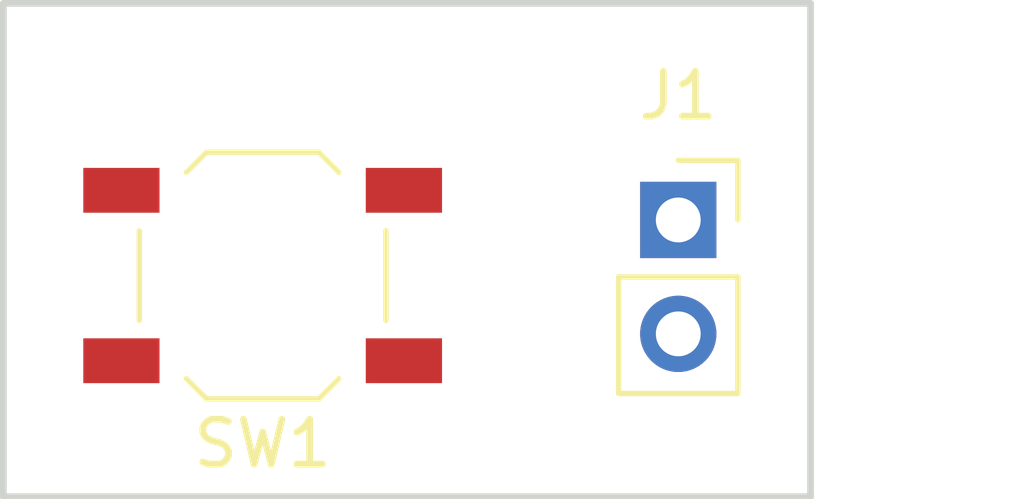
<source format=kicad_pcb>
(kicad_pcb (version 20171130) (host pcbnew "(5.0.0-rc2-108-g8444b1b61)")

  (general
    (thickness 1.6)
    (drawings 4)
    (tracks 0)
    (zones 0)
    (modules 2)
    (nets 3)
  )

  (page A4)
  (layers
    (0 F.Cu signal)
    (31 B.Cu signal)
    (32 B.Adhes user)
    (33 F.Adhes user)
    (34 B.Paste user)
    (35 F.Paste user)
    (36 B.SilkS user)
    (37 F.SilkS user)
    (38 B.Mask user)
    (39 F.Mask user)
    (40 Dwgs.User user)
    (41 Cmts.User user)
    (42 Eco1.User user)
    (43 Eco2.User user)
    (44 Edge.Cuts user)
    (45 Margin user)
    (46 B.CrtYd user)
    (47 F.CrtYd user)
    (48 B.Fab user)
    (49 F.Fab user)
  )

  (setup
    (last_trace_width 0.25)
    (trace_clearance 0.2)
    (zone_clearance 0.508)
    (zone_45_only no)
    (trace_min 0.2)
    (segment_width 0.2)
    (edge_width 0.15)
    (via_size 0.8)
    (via_drill 0.4)
    (via_min_size 0.4)
    (via_min_drill 0.3)
    (uvia_size 0.3)
    (uvia_drill 0.1)
    (uvias_allowed no)
    (uvia_min_size 0.2)
    (uvia_min_drill 0.1)
    (pcb_text_width 0.3)
    (pcb_text_size 1.5 1.5)
    (mod_edge_width 0.15)
    (mod_text_size 1 1)
    (mod_text_width 0.15)
    (pad_size 1.524 1.524)
    (pad_drill 0.762)
    (pad_to_mask_clearance 0.2)
    (aux_axis_origin 0 0)
    (visible_elements FFFFFF7F)
    (pcbplotparams
      (layerselection 0x010fc_ffffffff)
      (usegerberextensions false)
      (usegerberattributes false)
      (usegerberadvancedattributes false)
      (creategerberjobfile false)
      (excludeedgelayer true)
      (linewidth 0.100000)
      (plotframeref false)
      (viasonmask false)
      (mode 1)
      (useauxorigin false)
      (hpglpennumber 1)
      (hpglpenspeed 20)
      (hpglpendiameter 15.000000)
      (psnegative false)
      (psa4output false)
      (plotreference true)
      (plotvalue true)
      (plotinvisibletext false)
      (padsonsilk false)
      (subtractmaskfromsilk false)
      (outputformat 1)
      (mirror false)
      (drillshape 1)
      (scaleselection 1)
      (outputdirectory ""))
  )

  (net 0 "")
  (net 1 "Net-(J1-Pad1)")
  (net 2 "Net-(J1-Pad2)")

  (net_class Default "This is the default net class."
    (clearance 0.2)
    (trace_width 0.25)
    (via_dia 0.8)
    (via_drill 0.4)
    (uvia_dia 0.3)
    (uvia_drill 0.1)
    (add_net "Net-(J1-Pad1)")
    (add_net "Net-(J1-Pad2)")
  )

  (module Connector_PinSocket_2.54mm:PinSocket_1x02_P2.54mm_Vertical (layer F.Cu) (tedit 5A19A420) (tstamp 5B1D525A)
    (at 161.05 109.83)
    (descr "Through hole straight socket strip, 1x02, 2.54mm pitch, single row (from Kicad 4.0.7), script generated")
    (tags "Through hole socket strip THT 1x02 2.54mm single row")
    (path /5B1C451E)
    (fp_text reference J1 (at 0 -2.77) (layer F.SilkS)
      (effects (font (size 1 1) (thickness 0.15)))
    )
    (fp_text value Conn_01x02_Female (at 0 5.31) (layer F.Fab)
      (effects (font (size 1 1) (thickness 0.15)))
    )
    (fp_line (start -1.27 -1.27) (end 0.635 -1.27) (layer F.Fab) (width 0.1))
    (fp_line (start 0.635 -1.27) (end 1.27 -0.635) (layer F.Fab) (width 0.1))
    (fp_line (start 1.27 -0.635) (end 1.27 3.81) (layer F.Fab) (width 0.1))
    (fp_line (start 1.27 3.81) (end -1.27 3.81) (layer F.Fab) (width 0.1))
    (fp_line (start -1.27 3.81) (end -1.27 -1.27) (layer F.Fab) (width 0.1))
    (fp_line (start -1.33 1.27) (end 1.33 1.27) (layer F.SilkS) (width 0.12))
    (fp_line (start -1.33 1.27) (end -1.33 3.87) (layer F.SilkS) (width 0.12))
    (fp_line (start -1.33 3.87) (end 1.33 3.87) (layer F.SilkS) (width 0.12))
    (fp_line (start 1.33 1.27) (end 1.33 3.87) (layer F.SilkS) (width 0.12))
    (fp_line (start 1.33 -1.33) (end 1.33 0) (layer F.SilkS) (width 0.12))
    (fp_line (start 0 -1.33) (end 1.33 -1.33) (layer F.SilkS) (width 0.12))
    (fp_line (start -1.8 -1.8) (end 1.75 -1.8) (layer F.CrtYd) (width 0.05))
    (fp_line (start 1.75 -1.8) (end 1.75 4.3) (layer F.CrtYd) (width 0.05))
    (fp_line (start 1.75 4.3) (end -1.8 4.3) (layer F.CrtYd) (width 0.05))
    (fp_line (start -1.8 4.3) (end -1.8 -1.8) (layer F.CrtYd) (width 0.05))
    (fp_text user %R (at 0 1.27 90) (layer F.Fab)
      (effects (font (size 1 1) (thickness 0.15)))
    )
    (pad 1 thru_hole rect (at 0 0) (size 1.7 1.7) (drill 1) (layers *.Cu *.Mask)
      (net 1 "Net-(J1-Pad1)"))
    (pad 2 thru_hole oval (at 0 2.54) (size 1.7 1.7) (drill 1) (layers *.Cu *.Mask)
      (net 2 "Net-(J1-Pad2)"))
    (model ${KISYS3DMOD}/Connector_PinSocket_2.54mm.3dshapes/PinSocket_1x02_P2.54mm_Vertical.wrl
      (at (xyz 0 0 0))
      (scale (xyz 1 1 1))
      (rotate (xyz 0 0 0))
    )
  )

  (module Button_Switch_SMD:SW_SPST_TL3342 (layer F.Cu) (tedit 5A02FC95) (tstamp 5B1D5290)
    (at 151.78205 111.068909 180)
    (descr "Low-profile SMD Tactile Switch, https://www.e-switch.com/system/asset/product_line/data_sheet/165/TL3342.pdf")
    (tags "SPST Tactile Switch")
    (path /5B1C43FE)
    (attr smd)
    (fp_text reference SW1 (at 0 -3.75 180) (layer F.SilkS)
      (effects (font (size 1 1) (thickness 0.15)))
    )
    (fp_text value SW_Push (at 0 3.75 180) (layer F.Fab)
      (effects (font (size 1 1) (thickness 0.15)))
    )
    (fp_text user %R (at 0 -3.75 180) (layer F.Fab)
      (effects (font (size 1 1) (thickness 0.15)))
    )
    (fp_line (start 3.2 2.1) (end 3.2 1.6) (layer F.Fab) (width 0.1))
    (fp_line (start 3.2 -2.1) (end 3.2 -1.6) (layer F.Fab) (width 0.1))
    (fp_line (start -3.2 2.1) (end -3.2 1.6) (layer F.Fab) (width 0.1))
    (fp_line (start -3.2 -2.1) (end -3.2 -1.6) (layer F.Fab) (width 0.1))
    (fp_line (start 2.7 -2.1) (end 2.7 -1.6) (layer F.Fab) (width 0.1))
    (fp_line (start 1.7 -2.1) (end 3.2 -2.1) (layer F.Fab) (width 0.1))
    (fp_line (start 3.2 -1.6) (end 2.2 -1.6) (layer F.Fab) (width 0.1))
    (fp_line (start -2.7 -2.1) (end -2.7 -1.6) (layer F.Fab) (width 0.1))
    (fp_line (start -1.7 -2.1) (end -3.2 -2.1) (layer F.Fab) (width 0.1))
    (fp_line (start -3.2 -1.6) (end -2.2 -1.6) (layer F.Fab) (width 0.1))
    (fp_line (start -2.7 2.1) (end -2.7 1.6) (layer F.Fab) (width 0.1))
    (fp_line (start -3.2 1.6) (end -2.2 1.6) (layer F.Fab) (width 0.1))
    (fp_line (start -1.7 2.1) (end -3.2 2.1) (layer F.Fab) (width 0.1))
    (fp_line (start 1.7 2.1) (end 3.2 2.1) (layer F.Fab) (width 0.1))
    (fp_line (start 2.7 2.1) (end 2.7 1.6) (layer F.Fab) (width 0.1))
    (fp_line (start 3.2 1.6) (end 2.2 1.6) (layer F.Fab) (width 0.1))
    (fp_line (start -1.7 2.3) (end -1.25 2.75) (layer F.SilkS) (width 0.12))
    (fp_line (start 1.7 2.3) (end 1.25 2.75) (layer F.SilkS) (width 0.12))
    (fp_line (start 1.7 -2.3) (end 1.25 -2.75) (layer F.SilkS) (width 0.12))
    (fp_line (start -1.7 -2.3) (end -1.25 -2.75) (layer F.SilkS) (width 0.12))
    (fp_line (start -2 -1) (end -1 -2) (layer F.Fab) (width 0.1))
    (fp_line (start -1 -2) (end 1 -2) (layer F.Fab) (width 0.1))
    (fp_line (start 1 -2) (end 2 -1) (layer F.Fab) (width 0.1))
    (fp_line (start 2 -1) (end 2 1) (layer F.Fab) (width 0.1))
    (fp_line (start 2 1) (end 1 2) (layer F.Fab) (width 0.1))
    (fp_line (start 1 2) (end -1 2) (layer F.Fab) (width 0.1))
    (fp_line (start -1 2) (end -2 1) (layer F.Fab) (width 0.1))
    (fp_line (start -2 1) (end -2 -1) (layer F.Fab) (width 0.1))
    (fp_line (start 2.75 -1) (end 2.75 1) (layer F.SilkS) (width 0.12))
    (fp_line (start -1.25 2.75) (end 1.25 2.75) (layer F.SilkS) (width 0.12))
    (fp_line (start -2.75 -1) (end -2.75 1) (layer F.SilkS) (width 0.12))
    (fp_line (start -1.25 -2.75) (end 1.25 -2.75) (layer F.SilkS) (width 0.12))
    (fp_line (start -2.6 -1.2) (end -2.6 1.2) (layer F.Fab) (width 0.1))
    (fp_line (start -2.6 1.2) (end -1.2 2.6) (layer F.Fab) (width 0.1))
    (fp_line (start -1.2 2.6) (end 1.2 2.6) (layer F.Fab) (width 0.1))
    (fp_line (start 1.2 2.6) (end 2.6 1.2) (layer F.Fab) (width 0.1))
    (fp_line (start 2.6 1.2) (end 2.6 -1.2) (layer F.Fab) (width 0.1))
    (fp_line (start 2.6 -1.2) (end 1.2 -2.6) (layer F.Fab) (width 0.1))
    (fp_line (start 1.2 -2.6) (end -1.2 -2.6) (layer F.Fab) (width 0.1))
    (fp_line (start -1.2 -2.6) (end -2.6 -1.2) (layer F.Fab) (width 0.1))
    (fp_line (start -4.25 -3) (end 4.25 -3) (layer F.CrtYd) (width 0.05))
    (fp_line (start 4.25 -3) (end 4.25 3) (layer F.CrtYd) (width 0.05))
    (fp_line (start 4.25 3) (end -4.25 3) (layer F.CrtYd) (width 0.05))
    (fp_line (start -4.25 3) (end -4.25 -3) (layer F.CrtYd) (width 0.05))
    (fp_circle (center 0 0) (end 1 0) (layer F.Fab) (width 0.1))
    (pad 1 smd rect (at -3.15 -1.9 180) (size 1.7 1) (layers F.Cu F.Paste F.Mask)
      (net 2 "Net-(J1-Pad2)"))
    (pad 1 smd rect (at 3.15 -1.9 180) (size 1.7 1) (layers F.Cu F.Paste F.Mask)
      (net 2 "Net-(J1-Pad2)"))
    (pad 2 smd rect (at -3.15 1.9 180) (size 1.7 1) (layers F.Cu F.Paste F.Mask)
      (net 1 "Net-(J1-Pad1)"))
    (pad 2 smd rect (at 3.15 1.9 180) (size 1.7 1) (layers F.Cu F.Paste F.Mask)
      (net 1 "Net-(J1-Pad1)"))
    (model ${KISYS3DMOD}/Buttons_Switches_SMD.3dshapes/TL3342FxxxQG.wrl
      (at (xyz 0 0 0))
      (scale (xyz 1 1 1))
      (rotate (xyz 0 0 0))
    )
  )

  (gr_line (start 146 116) (end 146 105) (layer Edge.Cuts) (width 0.15))
  (gr_line (start 164 116) (end 146 116) (layer Edge.Cuts) (width 0.15))
  (gr_line (start 164 105) (end 164 116) (layer Edge.Cuts) (width 0.15))
  (gr_line (start 146 105) (end 164 105) (layer Edge.Cuts) (width 0.15))

)

</source>
